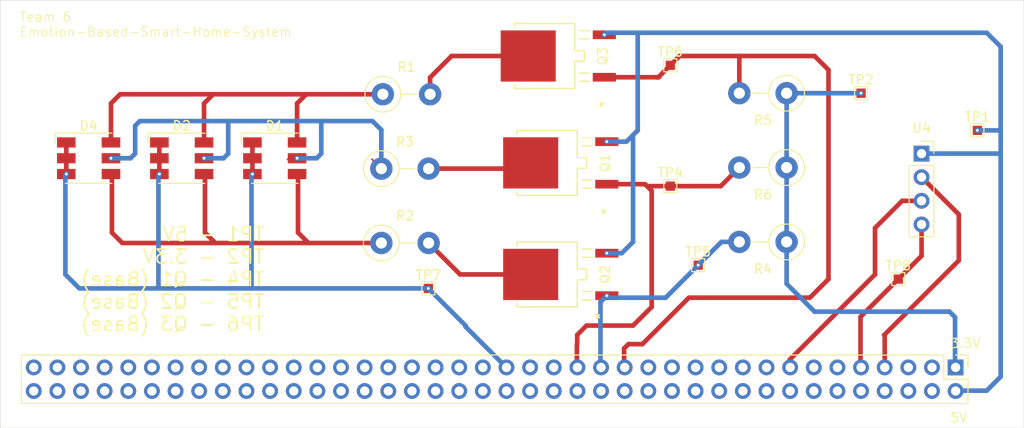
<source format=kicad_pcb>
(kicad_pcb (version 20240108) (generator "pcbnew") (generator_version "8.0")
  (title_block (title "Preliminary PCB layout") (date "2024-11-06") (rev "0") (company "Group 6"))
  (layers (0 "F.Cu" signal) (31 "B.Cu" signal) (34 "B.Paste" user) (35 "F.Paste" user) (36 "B.SilkS" user "B.Silkscreen") (37 "F.SilkS" user "F.Silkscreen") (38 "B.Mask" user) (39 "F.Mask" user) (44 "Edge.Cuts" user))
  (net 0 "")
  (net 1 "GND")
  (net 2 "Q3")
  (net 3 "Q2")
  (net 4 "Q1")
  (net 5 "Net-(Q1-E)")
  (net 6 "Net-(Q2-E)")
  (net 7 "Net-(Q3-E)")
  (net 8 "Net-(U4-GND)")
  (net 20 "Net-(40_Pin_Header1-GPIO13)")
  (net 24 "5V")
  (net 26 "Net-(40_Pin_Header1-3.3V)")
  (net 29 "/Trigger")
  (net 30 "Net-(40_Pin_Header1-GPIO11)")
  (net 34 "Net-(40_Pin_Header1-GPIO01)")
  (net 40 "/Echo")
  (footprint "TestPoint:TestPoint_Pad_1.0x1.0mm" (layer "F.Cu") (at 150.5 68)
    (property "Reference" "TP1" (at 0 -1.448 0) (layer "F.SilkS"))
    (property "Value" "5V")
    (fp_line (start -0.7 -0.7) (end 0.7 -0.7) (stroke (width 0.12)) (layer "F.SilkS"))
    (fp_line (start -0.7 0.7) (end -0.7 -0.7) (stroke (width 0.12)) (layer "F.SilkS"))
    (fp_line (start 0.7 -0.7) (end 0.7 0.7) (stroke (width 0.12)) (layer "F.SilkS"))
    (fp_line (start 0.7 0.7) (end -0.7 0.7) (stroke (width 0.12)) (layer "F.SilkS"))
    (pad "1" smd rect (at 0 0) (size 1 1) (layers "F.Cu" "F.Mask") (net 24 "5V"))
  )
  (footprint "TestPoint:TestPoint_Pad_1.0x1.0mm" (layer "F.Cu") (at 117.5 74)
    (property "Reference" "TP4" (at 0 -1.448 0) (layer "F.SilkS"))
    (property "Value" "Q1")
    (fp_line (start -0.7 -0.7) (end 0.7 -0.7) (stroke (width 0.12)) (layer "F.SilkS"))
    (fp_line (start -0.7 0.7) (end -0.7 -0.7) (stroke (width 0.12)) (layer "F.SilkS"))
    (fp_line (start 0.7 -0.7) (end 0.7 0.7) (stroke (width 0.12)) (layer "F.SilkS"))
    (fp_line (start 0.7 0.7) (end -0.7 0.7) (stroke (width 0.12)) (layer "F.SilkS"))
    (pad "1" smd rect (at 0 0) (size 1 1) (layers "F.Cu" "F.Mask") (net 20 "Net-(40_Pin_Header1-GPIO13)"))
  )
  (footprint "NSS1C301ET4G:DPAK-4_6P22X6P73_ONS" (layer "F.Cu") (at 104.2653 71.5 90)
    (property "Reference" "Q1" (at 0 6.2347 90) (layer "F.SilkS"))
    (property "Value" "NSS1C301ET4G")
    (fp_line (start 3.4925 -3.2385) (end 3.08864 -3.2385) (stroke (width 0.1524)) (layer "F.SilkS"))
    (fp_line (start -3.08864 -3.2385) (end -3.4925 -3.2385) (stroke (width 0.1524)) (layer "F.SilkS"))
    (fp_line (start -3.4925 -3.2385) (end -3.4925 3.2385) (stroke (width 0.1524)) (layer "F.SilkS"))
    (fp_line (start 3.4925 3.2385) (end 3.4925 -3.2385) (stroke (width 0.1524)) (layer "F.SilkS"))
    (fp_line (start 0.5715 3.2385) (end 3.4925 3.2385) (stroke (width 0.1524)) (layer "F.SilkS"))
    (fp_line (start -0.5715 3.2385) (end -0.5715 4.2545) (stroke (width 0.1524)) (layer "F.SilkS"))
    (fp_line (start -3.4925 3.2385) (end -0.5715 3.2385) (stroke (width 0.1524)) (layer "F.SilkS"))
    (fp_line (start 2.7305 3.7211) (end 2.7305 4.8133) (stroke (width 0.1524)) (layer "F.SilkS"))
    (fp_line (start 1.8415 3.7211) (end 1.8415 4.8133) (stroke (width 0.1524)) (layer "F.SilkS"))
    (fp_line (start -1.8415 3.7211) (end -1.8415 4.8133) (stroke (width 0.1524)) (layer "F.SilkS"))
    (fp_line (start -2.7305 3.7211) (end -2.7305 4.8133) (stroke (width 0.1524)) (layer "F.SilkS"))
    (fp_line (start 0.5715 4.2545) (end 0.5715 3.2385) (stroke (width 0.1524)) (layer "F.SilkS"))
    (fp_line (start -0.5715 4.2545) (end 0.5715 4.2545) (stroke (width 0.1524)) (layer "F.SilkS"))
    (fp_text user "*" (at -5.207 6.4135 90) (layer "F.SilkS"))
    (fp_text user "*" (at -5.207 6.4135 90) (layer "F.SilkS"))
    (pad "1" smd rect (at -2.286 6.4135 90) (size 0.9398 2.4892) (layers "F.Cu" "F.Paste" "F.Mask") (net 20 "Net-(40_Pin_Header1-GPIO13)"))
    (pad "2" smd rect (at 2.286 6.4135 90) (size 0.9398 2.4892) (layers "F.Cu" "F.Paste" "F.Mask") (net 24 "5V"))
    (pad "3" smd rect (at 0 -1.7653 90) (size 5.5118 5.9182) (layers "F.Cu" "F.Paste" "F.Mask") (net 5 "Net-(Q1-E)"))
  )
  (footprint "LED_SMD:LED_RGB_5050-6" (layer "F.Cu") (at 65 71)
    (property "Reference" "D2" (at 0 -3.5 0) (layer "F.SilkS"))
    (property "Value" "LED_RGB")
    (fp_line (start -3.6 -2.7) (end 2.5 -2.7) (stroke (width 0.12)) (layer "F.SilkS"))
    (fp_line (start -3.6 -1.6) (end -3.6 -2.7) (stroke (width 0.12)) (layer "F.SilkS"))
    (fp_line (start 2.5 2.7) (end -2.5 2.7) (stroke (width 0.12)) (layer "F.SilkS"))
    (pad "1" smd rect (at -2.4 -1.7 90) (size 1.1 2) (layers "F.Cu" "F.Paste" "F.Mask") (net 1 "GND"))
    (pad "2" smd rect (at -2.4 0 90) (size 1.1 2) (layers "F.Cu" "F.Paste" "F.Mask") (net 1 "GND"))
    (pad "3" smd rect (at -2.4 1.7 90) (size 1.1 2) (layers "F.Cu" "F.Paste" "F.Mask") (net 1 "GND"))
    (pad "4" smd rect (at 2.4 1.7 90) (size 1.1 2) (layers "F.Cu" "F.Paste" "F.Mask") (net 3 "Q2"))
    (pad "5" smd rect (at 2.4 0 90) (size 1.1 2) (layers "F.Cu" "F.Paste" "F.Mask") (net 4 "Q1"))
    (pad "6" smd rect (at 2.4 -1.7 90) (size 1.1 2) (layers "F.Cu" "F.Paste" "F.Mask") (net 2 "Q3"))
  )
  (footprint "Resistor_THT:R_Axial_DIN0411_L9.9mm_D3.6mm_P5.08mm_Vertical" (layer "F.Cu") (at 86.6121 64.1165)
    (property "Reference" "R1" (at 2.54 -2.92 0) (layer "F.SilkS"))
    (property "Value" "10")
    (fp_line (start 1.92 0) (end 3.58 0) (stroke (width 0.12)) (layer "F.SilkS"))
    (fp_circle (center 0 0) (end 1.92 0) (stroke (width 0.12)) (fill none) (layer "F.SilkS"))
    (pad "1" thru_hole circle (at 0 0) (size 2.4 2.4) (drill 1.2) (layers "*.Cu" "*.Mask") (net 2 "Q3"))
    (pad "2" thru_hole oval (at 5.08 0) (size 2.4 2.4) (drill 1.2) (layers "*.Cu" "*.Mask") (net 7 "Net-(Q3-E)"))
  )
  (footprint "NSS1C301ET4G:DPAK-4_6P22X6P73_ONS" (layer "F.Cu") (at 104.2653 83.5 90)
    (property "Reference" "Q2" (at 0 6.2347 90) (layer "F.SilkS"))
    (property "Value" "NSS1C301ET4G")
    (fp_line (start 3.4925 -3.2385) (end 3.08864 -3.2385) (stroke (width 0.1524)) (layer "F.SilkS"))
    (fp_line (start -3.08864 -3.2385) (end -3.4925 -3.2385) (stroke (width 0.1524)) (layer "F.SilkS"))
    (fp_line (start -3.4925 -3.2385) (end -3.4925 3.2385) (stroke (width 0.1524)) (layer "F.SilkS"))
    (fp_line (start 3.4925 3.2385) (end 3.4925 -3.2385) (stroke (width 0.1524)) (layer "F.SilkS"))
    (fp_line (start 0.5715 3.2385) (end 3.4925 3.2385) (stroke (width 0.1524)) (layer "F.SilkS"))
    (fp_line (start -0.5715 3.2385) (end -0.5715 4.2545) (stroke (width 0.1524)) (layer "F.SilkS"))
    (fp_line (start -3.4925 3.2385) (end -0.5715 3.2385) (stroke (width 0.1524)) (layer "F.SilkS"))
    (fp_line (start 2.7305 3.7211) (end 2.7305 4.8133) (stroke (width 0.1524)) (layer "F.SilkS"))
    (fp_line (start 1.8415 3.7211) (end 1.8415 4.8133) (stroke (width 0.1524)) (layer "F.SilkS"))
    (fp_line (start -1.8415 3.7211) (end -1.8415 4.8133) (stroke (width 0.1524)) (layer "F.SilkS"))
    (fp_line (start -2.7305 3.7211) (end -2.7305 4.8133) (stroke (width 0.1524)) (layer "F.SilkS"))
    (fp_line (start 0.5715 4.2545) (end 0.5715 3.2385) (stroke (width 0.1524)) (layer "F.SilkS"))
    (fp_line (start -0.5715 4.2545) (end 0.5715 4.2545) (stroke (width 0.1524)) (layer "F.SilkS"))
    (fp_text user "*" (at -4.5 5.7347 90) (layer "F.SilkS"))
    (fp_text user "*" (at -4.5 5.7347 90) (layer "F.SilkS"))
    (pad "1" smd rect (at -2.286 6.4135 90) (size 0.9398 2.4892) (layers "F.Cu" "F.Paste" "F.Mask") (net 30 "Net-(40_Pin_Header1-GPIO11)"))
    (pad "2" smd rect (at 2.286 6.4135 90) (size 0.9398 2.4892) (layers "F.Cu" "F.Paste" "F.Mask") (net 24 "5V"))
    (pad "3" smd rect (at 0 -1.7653 90) (size 5.5118 5.9182) (layers "F.Cu" "F.Paste" "F.Mask") (net 6 "Net-(Q2-E)"))
  )
  (footprint "Resistor_THT:R_Axial_DIN0411_L9.9mm_D3.6mm_P5.08mm_Vertical" (layer "F.Cu") (at 130 64 180)
    (property "Reference" "R5" (at 2.54 -2.92 360) (layer "F.SilkS"))
    (property "Value" "10k")
    (fp_line (start 1.92 0) (end 3.58 0) (stroke (width 0.12)) (layer "F.SilkS"))
    (fp_circle (center 0 0) (end 1.92 0) (stroke (width 0.12)) (fill none) (layer "F.SilkS"))
    (pad "1" thru_hole circle (at 0 0 180) (size 2.4 2.4) (drill 1.2) (layers "*.Cu" "*.Mask") (net 26 "Net-(40_Pin_Header1-3.3V)"))
    (pad "2" thru_hole oval (at 5.08 0 180) (size 2.4 2.4) (drill 1.2) (layers "*.Cu" "*.Mask") (net 34 "Net-(40_Pin_Header1-GPIO01)"))
  )
  (footprint "LED_SMD:LED_RGB_5050-6" (layer "F.Cu") (at 55 71)
    (property "Reference" "D4" (at 0 -3.5 0) (layer "F.SilkS"))
    (property "Value" "LED_RGB")
    (fp_line (start -3.6 -2.7) (end 2.5 -2.7) (stroke (width 0.12)) (layer "F.SilkS"))
    (fp_line (start -3.6 -1.6) (end -3.6 -2.7) (stroke (width 0.12)) (layer "F.SilkS"))
    (fp_line (start 2.5 2.7) (end -2.5 2.7) (stroke (width 0.12)) (layer "F.SilkS"))
    (pad "1" smd rect (at -2.4 -1.7 90) (size 1.1 2) (layers "F.Cu" "F.Paste" "F.Mask") (net 1 "GND"))
    (pad "2" smd rect (at -2.4 0 90) (size 1.1 2) (layers "F.Cu" "F.Paste" "F.Mask") (net 1 "GND"))
    (pad "3" smd rect (at -2.4 1.7 90) (size 1.1 2) (layers "F.Cu" "F.Paste" "F.Mask") (net 1 "GND"))
    (pad "4" smd rect (at 2.4 1.7 90) (size 1.1 2) (layers "F.Cu" "F.Paste" "F.Mask") (net 3 "Q2"))
    (pad "5" smd rect (at 2.4 0 90) (size 1.1 2) (layers "F.Cu" "F.Paste" "F.Mask") (net 4 "Q1"))
    (pad "6" smd rect (at 2.4 -1.7 90) (size 1.1 2) (layers "F.Cu" "F.Paste" "F.Mask") (net 2 "Q3"))
  )
  (footprint "TestPoint:TestPoint_Pad_1.0x1.0mm" (layer "F.Cu") (at 91.5 85)
    (property "Reference" "TP7" (at 0 -1.448 0) (layer "F.SilkS"))
    (property "Value" "GND")
    (fp_line (start -0.7 -0.7) (end 0.7 -0.7) (stroke (width 0.12)) (layer "F.SilkS"))
    (fp_line (start -0.7 0.7) (end -0.7 -0.7) (stroke (width 0.12)) (layer "F.SilkS"))
    (fp_line (start 0.7 -0.7) (end 0.7 0.7) (stroke (width 0.12)) (layer "F.SilkS"))
    (fp_line (start 0.7 0.7) (end -0.7 0.7) (stroke (width 0.12)) (layer "F.SilkS"))
    (pad "1" smd rect (at 0 0) (size 1 1) (layers "F.Cu" "F.Mask") (net 1 "GND"))
  )
  (footprint "Resistor_THT:R_Axial_DIN0411_L9.9mm_D3.6mm_P5.08mm_Vertical" (layer "F.Cu") (at 86.4521 80.1165)
    (property "Reference" "R2" (at 2.54 -2.92 0) (layer "F.SilkS"))
    (property "Value" "10")
    (fp_line (start 1.92 0) (end 3.58 0) (stroke (width 0.12)) (layer "F.SilkS"))
    (fp_circle (center 0 0) (end 1.92 0) (stroke (width 0.12)) (fill none) (layer "F.SilkS"))
    (pad "1" thru_hole circle (at 0 0) (size 2.4 2.4) (drill 1.2) (layers "*.Cu" "*.Mask") (net 3 "Q2"))
    (pad "2" thru_hole oval (at 5.08 0) (size 2.4 2.4) (drill 1.2) (layers "*.Cu" "*.Mask") (net 6 "Net-(Q2-E)"))
  )
  (footprint "Resistor_THT:R_Axial_DIN0411_L9.9mm_D3.6mm_P5.08mm_Vertical" (layer "F.Cu") (at 130 80 180)
    (property "Reference" "R4" (at 2.54 -2.92 360) (layer "F.SilkS"))
    (property "Value" "10k")
    (fp_line (start 1.92 0) (end 3.58 0) (stroke (width 0.12)) (layer "F.SilkS"))
    (fp_circle (center 0 0) (end 1.92 0) (stroke (width 0.12)) (fill none) (layer "F.SilkS"))
    (pad "1" thru_hole circle (at 0 0 180) (size 2.4 2.4) (drill 1.2) (layers "*.Cu" "*.Mask") (net 26 "Net-(40_Pin_Header1-3.3V)"))
    (pad "2" thru_hole oval (at 5.08 0 180) (size 2.4 2.4) (drill 1.2) (layers "*.Cu" "*.Mask") (net 30 "Net-(40_Pin_Header1-GPIO11)"))
  )
  (footprint "TestPoint:TestPoint_Pad_1.0x1.0mm" (layer "F.Cu") (at 142 84)
    (property "Reference" "TP8" (at 0 -1.448 0) (layer "F.SilkS"))
    (property "Value" "GND")
    (fp_line (start -0.7 -0.7) (end 0.7 -0.7) (stroke (width 0.12)) (layer "F.SilkS"))
    (fp_line (start -0.7 0.7) (end -0.7 -0.7) (stroke (width 0.12)) (layer "F.SilkS"))
    (fp_line (start 0.7 -0.7) (end 0.7 0.7) (stroke (width 0.12)) (layer "F.SilkS"))
    (fp_line (start 0.7 0.7) (end -0.7 0.7) (stroke (width 0.12)) (layer "F.SilkS"))
    (pad "1" smd rect (at 0 0) (size 1 1) (layers "F.Cu" "F.Mask") (net 8 "Net-(U4-GND)"))
  )
  (footprint "Resistor_THT:R_Axial_DIN0411_L9.9mm_D3.6mm_P5.08mm_Vertical" (layer "F.Cu") (at 86.4521 72.1165)
    (property "Reference" "R3" (at 2.54 -2.92 0) (layer "F.SilkS"))
    (property "Value" "10")
    (fp_line (start 1.92 0) (end 3.58 0) (stroke (width 0.12)) (layer "F.SilkS"))
    (fp_circle (center 0 0) (end 1.92 0) (stroke (width 0.12)) (fill none) (layer "F.SilkS"))
    (pad "1" thru_hole circle (at 0 0) (size 2.4 2.4) (drill 1.2) (layers "*.Cu" "*.Mask") (net 4 "Q1"))
    (pad "2" thru_hole oval (at 5.08 0) (size 2.4 2.4) (drill 1.2) (layers "*.Cu" "*.Mask") (net 5 "Net-(Q1-E)"))
  )
  (footprint "Connector_PinSocket_2.54mm:PinSocket_1x04_P2.54mm_Vertical" (layer "F.Cu") (at 144.5 70.5)
    (property "Reference" "U4" (at 0 -2.77 360) (layer "F.SilkS"))
    (property "Value" "HC-SR04")
    (fp_line (start -1.33 1.27) (end -1.33 8.95) (stroke (width 0.12)) (layer "F.SilkS"))
    (fp_line (start -1.33 1.27) (end 1.33 1.27) (stroke (width 0.12)) (layer "F.SilkS"))
    (fp_line (start -1.33 8.95) (end 1.33 8.95) (stroke (width 0.12)) (layer "F.SilkS"))
    (fp_line (start 0 -1.33) (end 1.33 -1.33) (stroke (width 0.12)) (layer "F.SilkS"))
    (fp_line (start 1.33 -1.33) (end 1.33 0) (stroke (width 0.12)) (layer "F.SilkS"))
    (fp_line (start 1.33 1.27) (end 1.33 8.95) (stroke (width 0.12)) (layer "F.SilkS"))
    (pad "1" thru_hole rect (at 0 0) (size 1.7 1.7) (drill 1) (layers "*.Cu" "*.Mask") (net 24 "5V"))
    (pad "2" thru_hole oval (at 0 2.54) (size 1.7 1.7) (drill 1) (layers "*.Cu" "*.Mask") (net 29 "/Trigger"))
    (pad "3" thru_hole oval (at 0 5.08) (size 1.7 1.7) (drill 1) (layers "*.Cu" "*.Mask") (net 40 "/Echo"))
    (pad "4" thru_hole oval (at 0 7.62) (size 1.7 1.7) (drill 1) (layers "*.Cu" "*.Mask") (net 8 "Net-(U4-GND)"))
  )
  (footprint "TestPoint:TestPoint_Pad_1.0x1.0mm" (layer "F.Cu") (at 120.5 82.5)
    (property "Reference" "TP5" (at 0 -1.448 0) (layer "F.SilkS"))
    (property "Value" "Q2")
    (fp_line (start -0.7 -0.7) (end 0.7 -0.7) (stroke (width 0.12)) (layer "F.SilkS"))
    (fp_line (start -0.7 0.7) (end -0.7 -0.7) (stroke (width 0.12)) (layer "F.SilkS"))
    (fp_line (start 0.7 -0.7) (end 0.7 0.7) (stroke (width 0.12)) (layer "F.SilkS"))
    (fp_line (start 0.7 0.7) (end -0.7 0.7) (stroke (width 0.12)) (layer "F.SilkS"))
    (pad "1" smd rect (at 0 0) (size 1 1) (layers "F.Cu" "F.Mask") (net 30 "Net-(40_Pin_Header1-GPIO11)"))
  )
  (footprint "NSS1C301ET4G:DPAK-4_6P22X6P73_ONS" (layer "F.Cu") (at 104 60 90)
    (property "Reference" "Q3" (at 0 6.2347 90) (layer "F.SilkS"))
    (property "Value" "NSS1C301ET4G")
    (fp_line (start 3.4925 -3.2385) (end 3.08864 -3.2385) (stroke (width 0.1524)) (layer "F.SilkS"))
    (fp_line (start -3.08864 -3.2385) (end -3.4925 -3.2385) (stroke (width 0.1524)) (layer "F.SilkS"))
    (fp_line (start -3.4925 -3.2385) (end -3.4925 3.2385) (stroke (width 0.1524)) (layer "F.SilkS"))
    (fp_line (start 3.4925 3.2385) (end 3.4925 -3.2385) (stroke (width 0.1524)) (layer "F.SilkS"))
    (fp_line (start 0.5715 3.2385) (end 3.4925 3.2385) (stroke (width 0.1524)) (layer "F.SilkS"))
    (fp_line (start -0.5715 3.2385) (end -0.5715 4.2545) (stroke (width 0.1524)) (layer "F.SilkS"))
    (fp_line (start -3.4925 3.2385) (end -0.5715 3.2385) (stroke (width 0.1524)) (layer "F.SilkS"))
    (fp_line (start 2.7305 3.7211) (end 2.7305 4.8133) (stroke (width 0.1524)) (layer "F.SilkS"))
    (fp_line (start 1.8415 3.7211) (end 1.8415 4.8133) (stroke (width 0.1524)) (layer "F.SilkS"))
    (fp_line (start -1.8415 3.7211) (end -1.8415 4.8133) (stroke (width 0.1524)) (layer "F.SilkS"))
    (fp_line (start -2.7305 3.7211) (end -2.7305 4.8133) (stroke (width 0.1524)) (layer "F.SilkS"))
    (fp_line (start 0.5715 4.2545) (end 0.5715 3.2385) (stroke (width 0.1524)) (layer "F.SilkS"))
    (fp_line (start -0.5715 4.2545) (end 0.5715 4.2545) (stroke (width 0.1524)) (layer "F.SilkS"))
    (fp_text user "*" (at -5.207 6.4135 90) (layer "F.SilkS"))
    (fp_text user "*" (at -5.207 6.4135 90) (layer "F.SilkS"))
    (pad "1" smd rect (at -2.286 6.4135 90) (size 0.9398 2.4892) (layers "F.Cu" "F.Paste" "F.Mask") (net 34 "Net-(40_Pin_Header1-GPIO01)"))
    (pad "2" smd rect (at 2.286 6.4135 90) (size 0.9398 2.4892) (layers "F.Cu" "F.Paste" "F.Mask") (net 24 "5V"))
    (pad "3" smd rect (at 0 -1.7653 90) (size 5.5118 5.9182) (layers "F.Cu" "F.Paste" "F.Mask") (net 7 "Net-(Q3-E)"))
  )
  (footprint "Resistor_THT:R_Axial_DIN0411_L9.9mm_D3.6mm_P5.08mm_Vertical" (layer "F.Cu") (at 130 72 180)
    (property "Reference" "R6" (at 2.54 -2.92 360) (layer "F.SilkS"))
    (property "Value" "10k")
    (fp_line (start 1.92 0) (end 3.58 0) (stroke (width 0.12)) (layer "F.SilkS"))
    (fp_circle (center 0 0) (end 1.92 0) (stroke (width 0.12)) (fill none) (layer "F.SilkS"))
    (pad "1" thru_hole circle (at 0 0 180) (size 2.4 2.4) (drill 1.2) (layers "*.Cu" "*.Mask") (net 26 "Net-(40_Pin_Header1-3.3V)"))
    (pad "2" thru_hole oval (at 5.08 0 180) (size 2.4 2.4) (drill 1.2) (layers "*.Cu" "*.Mask") (net 20 "Net-(40_Pin_Header1-GPIO13)"))
  )
  (footprint "Connector_PinHeader_2.54mm:PinHeader_2x40_P2.54mm_Vertical" (layer "F.Cu") (at 148.16 93.5 -90)
    (property "Reference" "40_Pin_Header1" (hide yes))
    (property "Value" "~")
    (fp_line (start -1.33 100.39) (end 3.87 100.39) (stroke (width 0.12)) (layer "F.SilkS"))
    (fp_line (start -1.33 1.27) (end -1.33 100.39) (stroke (width 0.12)) (layer "F.SilkS"))
    (fp_line (start -1.33 1.27) (end 1.27 1.27) (stroke (width 0.12)) (layer "F.SilkS"))
    (fp_line (start 1.27 1.27) (end 1.27 -1.33) (stroke (width 0.12)) (layer "F.SilkS"))
    (fp_line (start -1.33 0) (end -1.33 -1.33) (stroke (width 0.12)) (layer "F.SilkS"))
    (fp_line (start -1.33 -1.33) (end 0 -1.33) (stroke (width 0.12)) (layer "F.SilkS"))
    (fp_line (start 1.27 -1.33) (end 3.87 -1.33) (stroke (width 0.12)) (layer "F.SilkS"))
    (fp_line (start 3.87 -1.33) (end 3.87 100.39) (stroke (width 0.12)) (layer "F.SilkS"))
    (pad "1" thru_hole rect (at 0 0 270) (size 1.7 1.7) (drill 1) (layers "*.Cu" "*.Mask") (net 26 "Net-(40_Pin_Header1-3.3V)"))
    (pad "2" thru_hole oval (at 2.54 0 270) (size 1.7 1.7) (drill 1) (layers "*.Cu" "*.Mask") (net 24 "5V"))
    (pad "3" thru_hole oval (at 0 2.54 270) (size 1.7 1.7) (drill 1) (layers "*.Cu" "*.Mask"))
    (pad "4" thru_hole oval (at 2.54 2.54 270) (size 1.7 1.7) (drill 1) (layers "*.Cu" "*.Mask"))
    (pad "5" thru_hole oval (at 0 5.08 270) (size 1.7 1.7) (drill 1) (layers "*.Cu" "*.Mask"))
    (pad "6" thru_hole oval (at 2.54 5.08 270) (size 1.7 1.7) (drill 1) (layers "*.Cu" "*.Mask"))
    (pad "7" thru_hole oval (at 0 7.62 270) (size 1.7 1.7) (drill 1) (layers "*.Cu" "*.Mask") (net 29 "/Trigger"))
    (pad "8" thru_hole oval (at 2.54 7.62 270) (size 1.7 1.7) (drill 1) (layers "*.Cu" "*.Mask"))
    (pad "9" thru_hole oval (at 0 10.16 270) (size 1.7 1.7) (drill 1) (layers "*.Cu" "*.Mask") (net 8 "Net-(U4-GND)"))
    (pad "10" thru_hole oval (at 2.54 10.16 270) (size 1.7 1.7) (drill 1) (layers "*.Cu" "*.Mask"))
    (pad "11" thru_hole oval (at 0 12.7 270) (size 1.7 1.7) (drill 1) (layers "*.Cu" "*.Mask"))
    (pad "12" thru_hole oval (at 2.54 12.7 270) (size 1.7 1.7) (drill 1) (layers "*.Cu" "*.Mask"))
    (pad "13" thru_hole oval (at 0 15.24 270) (size 1.7 1.7) (drill 1) (layers "*.Cu" "*.Mask"))
    (pad "14" thru_hole oval (at 2.54 15.24 270) (size 1.7 1.7) (drill 1) (layers "*.Cu" "*.Mask"))
    (pad "15" thru_hole oval (at 0 17.78 270) (size 1.7 1.7) (drill 1) (layers "*.Cu" "*.Mask") (net 40 "/Echo"))
    (pad "16" thru_hole oval (at 2.54 17.78 270) (size 1.7 1.7) (drill 1) (layers "*.Cu" "*.Mask"))
    (pad "17" thru_hole oval (at 0 20.32 270) (size 1.7 1.7) (drill 1) (layers "*.Cu" "*.Mask"))
    (pad "18" thru_hole oval (at 2.54 20.32 270) (size 1.7 1.7) (drill 1) (layers "*.Cu" "*.Mask"))
    (pad "19" thru_hole oval (at 0 22.86 270) (size 1.7 1.7) (drill 1) (layers "*.Cu" "*.Mask"))
    (pad "20" thru_hole oval (at 2.54 22.86 270) (size 1.7 1.7) (drill 1) (layers "*.Cu" "*.Mask"))
    (pad "21" thru_hole oval (at 0 25.4 270) (size 1.7 1.7) (drill 1) (layers "*.Cu" "*.Mask"))
    (pad "22" thru_hole oval (at 2.54 25.4 270) (size 1.7 1.7) (drill 1) (layers "*.Cu" "*.Mask"))
    (pad "23" thru_hole oval (at 0 27.94 270) (size 1.7 1.7) (drill 1) (layers "*.Cu" "*.Mask"))
    (pad "24" thru_hole oval (at 2.54 27.94 270) (size 1.7 1.7) (drill 1) (layers "*.Cu" "*.Mask"))
    (pad "25" thru_hole oval (at 0 30.48 270) (size 1.7 1.7) (drill 1) (layers "*.Cu" "*.Mask"))
    (pad "26" thru_hole oval (at 2.54 30.48 270) (size 1.7 1.7) (drill 1) (layers "*.Cu" "*.Mask"))
    (pad "27" thru_hole oval (at 0 33.02 270) (size 1.7 1.7) (drill 1) (layers "*.Cu" "*.Mask"))
    (pad "28" thru_hole oval (at 2.54 33.02 270) (size 1.7 1.7) (drill 1) (layers "*.Cu" "*.Mask"))
    (pad "29" thru_hole oval (at 0 35.56 270) (size 1.7 1.7) (drill 1) (layers "*.Cu" "*.Mask") (net 34 "Net-(40_Pin_Header1-GPIO01)"))
    (pad "30" thru_hole oval (at 2.54 35.56 270) (size 1.7 1.7) (drill 1) (layers "*.Cu" "*.Mask"))
    (pad "31" thru_hole oval (at 0 38.1 270) (size 1.7 1.7) (drill 1) (layers "*.Cu" "*.Mask") (net 30 "Net-(40_Pin_Header1-GPIO11)"))
    (pad "32" thru_hole oval (at 2.54 38.1 270) (size 1.7 1.7) (drill 1) (layers "*.Cu" "*.Mask"))
    (pad "33" thru_hole oval (at 0 40.64 270) (size 1.7 1.7) (drill 1) (layers "*.Cu" "*.Mask") (net 20 "Net-(40_Pin_Header1-GPIO13)"))
    (pad "34" thru_hole oval (at 2.54 40.64 270) (size 1.7 1.7) (drill 1) (layers "*.Cu" "*.Mask"))
    (pad "35" thru_hole oval (at 0 43.18 270) (size 1.7 1.7) (drill 1) (layers "*.Cu" "*.Mask"))
    (pad "36" thru_hole oval (at 2.54 43.18 270) (size 1.7 1.7) (drill 1) (layers "*.Cu" "*.Mask"))
    (pad "37" thru_hole oval (at 0 45.72 270) (size 1.7 1.7) (drill 1) (layers "*.Cu" "*.Mask"))
    (pad "38" thru_hole oval (at 2.54 45.72 270) (size 1.7 1.7) (drill 1) (layers "*.Cu" "*.Mask"))
    (pad "39" thru_hole oval (at 0 48.26 270) (size 1.7 1.7) (drill 1) (layers "*.Cu" "*.Mask") (net 1 "GND"))
    (pad "40" thru_hole oval (at 2.54 48.26 270) (size 1.7 1.7) (drill 1) (layers "*.Cu" "*.Mask"))
    (pad "41" thru_hole oval (at 0 50.8 270) (size 1.7 1.7) (drill 1) (layers "*.Cu" "*.Mask"))
    (pad "42" thru_hole oval (at 2.54 50.8 270) (size 1.7 1.7) (drill 1) (layers "*.Cu" "*.Mask"))
    (pad "43" thru_hole oval (at 0 53.34 270) (size 1.7 1.7) (drill 1) (layers "*.Cu" "*.Mask"))
    (pad "44" thru_hole oval (at 2.54 53.34 270) (size 1.7 1.7) (drill 1) (layers "*.Cu" "*.Mask"))
    (pad "45" thru_hole oval (at 0 55.88 270) (size 1.7 1.7) (drill 1) (layers "*.Cu" "*.Mask"))
    (pad "46" thru_hole oval (at 2.54 55.88 270) (size 1.7 1.7) (drill 1) (layers "*.Cu" "*.Mask"))
    (pad "47" thru_hole oval (at 0 58.42 270) (size 1.7 1.7) (drill 1) (layers "*.Cu" "*.Mask"))
    (pad "48" thru_hole oval (at 2.54 58.42 270) (size 1.7 1.7) (drill 1) (layers "*.Cu" "*.Mask"))
    (pad "49" thru_hole oval (at 0 60.96 270) (size 1.7 1.7) (drill 1) (layers "*.Cu" "*.Mask"))
    (pad "50" thru_hole oval (at 2.54 60.96 270) (size 1.7 1.7) (drill 1) (layers "*.Cu" "*.Mask"))
    (pad "51" thru_hole oval (at 0 63.5 270) (size 1.7 1.7) (drill 1) (layers "*.Cu" "*.Mask"))
    (pad "52" thru_hole oval (at 2.54 63.5 270) (size 1.7 1.7) (drill 1) (layers "*.Cu" "*.Mask"))
    (pad "53" thru_hole oval (at 0 66.04 270) (size 1.7 1.7) (drill 1) (layers "*.Cu" "*.Mask"))
    (pad "54" thru_hole oval (at 2.54 66.04 270) (size 1.7 1.7) (drill 1) (layers "*.Cu" "*.Mask"))
    (pad "55" thru_hole oval (at 0 68.58 270) (size 1.7 1.7) (drill 1) (layers "*.Cu" "*.Mask"))
    (pad "56" thru_hole oval (at 2.54 68.58 270) (size 1.7 1.7) (drill 1) (layers "*.Cu" "*.Mask"))
    (pad "57" thru_hole oval (at 0 71.12 270) (size 1.7 1.7) (drill 1) (layers "*.Cu" "*.Mask"))
    (pad "58" thru_hole oval (at 2.54 71.12 270) (size 1.7 1.7) (drill 1) (layers "*.Cu" "*.Mask"))
    (pad "59" thru_hole oval (at 0 73.66 270) (size 1.7 1.7) (drill 1) (layers "*.Cu" "*.Mask"))
    (pad "60" thru_hole oval (at 2.54 73.66 270) (size 1.7 1.7) (drill 1) (layers "*.Cu" "*.Mask"))
    (pad "61" thru_hole oval (at 0 76.2 270) (size 1.7 1.7) (drill 1) (layers "*.Cu" "*.Mask"))
    (pad "62" thru_hole oval (at 2.54 76.2 270) (size 1.7 1.7) (drill 1) (layers "*.Cu" "*.Mask"))
    (pad "63" thru_hole oval (at 0 78.74 270) (size 1.7 1.7) (drill 1) (layers "*.Cu" "*.Mask"))
    (pad "64" thru_hole oval (at 2.54 78.74 270) (size 1.7 1.7) (drill 1) (layers "*.Cu" "*.Mask"))
    (pad "65" thru_hole oval (at 0 81.28 270) (size 1.7 1.7) (drill 1) (layers "*.Cu" "*.Mask"))
    (pad "66" thru_hole oval (at 2.54 81.28 270) (size 1.7 1.7) (drill 1) (layers "*.Cu" "*.Mask"))
    (pad "67" thru_hole oval (at 0 83.82 270) (size 1.7 1.7) (drill 1) (layers "*.Cu" "*.Mask"))
    (pad "68" thru_hole oval (at 2.54 83.82 270) (size 1.7 1.7) (drill 1) (layers "*.Cu" "*.Mask"))
    (pad "69" thru_hole oval (at 0 86.36 270) (size 1.7 1.7) (drill 1) (layers "*.Cu" "*.Mask"))
    (pad "70" thru_hole oval (at 2.54 86.36 270) (size 1.7 1.7) (drill 1) (layers "*.Cu" "*.Mask"))
    (pad "71" thru_hole oval (at 0 88.9 270) (size 1.7 1.7) (drill 1) (layers "*.Cu" "*.Mask"))
    (pad "72" thru_hole oval (at 2.54 88.9 270) (size 1.7 1.7) (drill 1) (layers "*.Cu" "*.Mask"))
    (pad "73" thru_hole oval (at 0 91.44 270) (size 1.7 1.7) (drill 1) (layers "*.Cu" "*.Mask"))
    (pad "74" thru_hole oval (at 2.54 91.44 270) (size 1.7 1.7) (drill 1) (layers "*.Cu" "*.Mask"))
    (pad "75" thru_hole oval (at 0 93.98 270) (size 1.7 1.7) (drill 1) (layers "*.Cu" "*.Mask"))
    (pad "76" thru_hole oval (at 2.54 93.98 270) (size 1.7 1.7) (drill 1) (layers "*.Cu" "*.Mask"))
    (pad "77" thru_hole oval (at 0 96.52 270) (size 1.7 1.7) (drill 1) (layers "*.Cu" "*.Mask"))
    (pad "78" thru_hole oval (at 2.54 96.52 270) (size 1.7 1.7) (drill 1) (layers "*.Cu" "*.Mask"))
    (pad "79" thru_hole oval (at 0 99.06 270) (size 1.7 1.7) (drill 1) (layers "*.Cu" "*.Mask"))
    (pad "80" thru_hole oval (at 2.54 99.06 270) (size 1.7 1.7) (drill 1) (layers "*.Cu" "*.Mask"))
  )
  (footprint "TestPoint:TestPoint_Pad_1.0x1.0mm" (layer "F.Cu") (at 117.5 61)
    (property "Reference" "TP6" (at 0 -1.448 0) (layer "F.SilkS"))
    (property "Value" "Q3")
    (fp_line (start -0.7 -0.7) (end 0.7 -0.7) (stroke (width 0.12)) (layer "F.SilkS"))
    (fp_line (start -0.7 0.7) (end -0.7 -0.7) (stroke (width 0.12)) (layer "F.SilkS"))
    (fp_line (start 0.7 -0.7) (end 0.7 0.7) (stroke (width 0.12)) (layer "F.SilkS"))
    (fp_line (start 0.7 0.7) (end -0.7 0.7) (stroke (width 0.12)) (layer "F.SilkS"))
    (pad "1" smd rect (at 0 0) (size 1 1) (layers "F.Cu" "F.Mask") (net 34 "Net-(40_Pin_Header1-GPIO01)"))
  )
  (footprint "LED_SMD:LED_RGB_5050-6" (layer "F.Cu") (at 75 71)
    (property "Reference" "D1" (at 0 -3.5 0) (layer "F.SilkS"))
    (property "Value" "LED_RGB")
    (fp_line (start -3.6 -2.7) (end 2.5 -2.7) (stroke (width 0.12)) (layer "F.SilkS"))
    (fp_line (start -3.6 -1.6) (end -3.6 -2.7) (stroke (width 0.12)) (layer "F.SilkS"))
    (fp_line (start 2.5 2.7) (end -2.5 2.7) (stroke (width 0.12)) (layer "F.SilkS"))
    (pad "1" smd rect (at -2.4 -1.7 90) (size 1.1 2) (layers "F.Cu" "F.Paste" "F.Mask") (net 1 "GND"))
    (pad "2" smd rect (at -2.4 0 90) (size 1.1 2) (layers "F.Cu" "F.Paste" "F.Mask") (net 1 "GND"))
    (pad "3" smd rect (at -2.4 1.7 90) (size 1.1 2) (layers "F.Cu" "F.Paste" "F.Mask") (net 1 "GND"))
    (pad "4" smd rect (at 2.4 1.7 90) (size 1.1 2) (layers "F.Cu" "F.Paste" "F.Mask") (net 3 "Q2"))
    (pad "5" smd rect (at 2.4 0 90) (size 1.1 2) (layers "F.Cu" "F.Paste" "F.Mask") (net 4 "Q1"))
    (pad "6" smd rect (at 2.4 -1.7 90) (size 1.1 2) (layers "F.Cu" "F.Paste" "F.Mask") (net 2 "Q3"))
  )
  (footprint "TestPoint:TestPoint_Pad_1.0x1.0mm" (layer "F.Cu") (at 138 64)
    (property "Reference" "TP2" (at 0 -1.448 0) (layer "F.SilkS"))
    (property "Value" "3.3V")
    (fp_line (start -0.7 -0.7) (end 0.7 -0.7) (stroke (width 0.12)) (layer "F.SilkS"))
    (fp_line (start -0.7 0.7) (end -0.7 -0.7) (stroke (width 0.12)) (layer "F.SilkS"))
    (fp_line (start 0.7 -0.7) (end 0.7 0.7) (stroke (width 0.12)) (layer "F.SilkS"))
    (fp_line (start 0.7 0.7) (end -0.7 0.7) (stroke (width 0.12)) (layer "F.SilkS"))
    (pad "1" smd rect (at 0 0) (size 1 1) (layers "F.Cu" "F.Mask") (net 26 "Net-(40_Pin_Header1-3.3V)"))
  )
  (gr_rect (start 45.5 54) (end 155.5 100) (stroke (width 0.05)) (fill none) (layer "Edge.Cuts"))
  (gr_text "5V" (at 147.5 99.5 0) (layer "F.SilkS") (effects (font (size 1 1) (thickness 0.125)) (justify left bottom)))
  (gr_text "3.3V" (at 147.5 91.5 0) (layer "F.SilkS") (effects (font (size 1 1) (thickness 0.125)) (justify left bottom)))
  (gr_text "Team 6 \nEmotion-Based-Smart-Home-System" (at 47.5 58 0) (layer "F.SilkS") (effects (font (size 1 1) (thickness 0.1)) (justify left bottom)))
  (gr_text "TP1 - 5V\nTP2 - 3.3V\nTP4 - Q1 (Base)\nTP5 - Q2 (Base)\nTP6 - Q3 (Base)" (at 74 84 0) (layer "F.SilkS") (effects (font (size 1.5 1.5) (thickness 0.1875)) (justify left mirror)))
  (segment (start 52.6 71) (end 52.6 72.7) (width 0.5) (layer "F.Cu") (net 1))
  (segment (start 72.6 69.3) (end 72.6 71) (width 0.5) (layer "F.Cu") (net 1))
  (segment (start 62.6 69.3) (end 62.6 71) (width 0.5) (layer "F.Cu") (net 1))
  (segment (start 72.6 71) (end 72.6 72.7) (width 0.5) (layer "F.Cu") (net 1))
  (segment (start 62.6 71) (end 62.6 72.7) (width 0.5) (layer "F.Cu") (net 1))
  (segment (start 52.6 69.3) (end 52.6 71) (width 0.5) (layer "F.Cu") (net 1))
  (via (at 72.6 72.7) (size 0.6) (drill 0.3) (layers "F.Cu" "B.Cu") (net 1))
  (via (at 91.5 85) (size 0.6) (drill 0.3) (layers "F.Cu" "B.Cu") (net 1))
  (via (at 52.6 72.7) (size 0.6) (drill 0.3) (layers "F.Cu" "B.Cu") (net 1))
  (via (at 62.6 72.7) (size 0.6) (drill 0.3) (layers "F.Cu" "B.Cu") (net 1))
  (segment (start 52.5 83.5) (end 52.5 72.8) (width 0.5) (layer "B.Cu") (net 1))
  (segment (start 95.5 89.12) (end 95.5 89) (width 0.5) (layer "B.Cu") (net 1))
  (segment (start 62.5 85) (end 62.5 72.8) (width 0.5) (layer "B.Cu") (net 1))
  (segment (start 72.5 72.8) (end 72.6 72.7) (width 0.5) (layer "B.Cu") (net 1))
  (segment (start 62.5 72.8) (end 62.6 72.7) (width 0.5) (layer "B.Cu") (net 1))
  (segment (start 62.5 85) (end 54 85) (width 0.5) (layer "B.Cu") (net 1))
  (segment (start 72.5 85) (end 72.5 72.8) (width 0.5) (layer "B.Cu") (net 1))
  (segment (start 72.5 85) (end 91.5 85) (width 0.5) (layer "B.Cu") (net 1))
  (segment (start 54 85) (end 52.5 83.5) (width 0.5) (layer "B.Cu") (net 1))
  (segment (start 95.5 89) (end 91.5 85) (width 0.5) (layer "B.Cu") (net 1))
  (segment (start 99.84 93.46) (end 95.5 89.12) (width 0.5) (layer "B.Cu") (net 1))
  (segment (start 52.5 72.8) (end 52.6 72.7) (width 0.5) (layer "B.Cu") (net 1))
  (segment (start 72.5 85) (end 62.5 85) (width 0.5) (layer "B.Cu") (net 1))
  (segment (start 67.4 65.1) (end 67.4 69.3) (width 0.5) (layer "F.Cu") (net 2))
  (segment (start 86.6121 64.1165) (end 78.3835 64.1165) (width 0.5) (layer "F.Cu") (net 2))
  (segment (start 78.3835 64.1165) (end 68.3835 64.1165) (width 0.5) (layer "F.Cu") (net 2))
  (segment (start 68.3835 64.1165) (end 58.3835 64.1165) (width 0.5) (layer "F.Cu") (net 2))
  (segment (start 57.4 65.1) (end 57.4 69.3) (width 0.5) (layer "F.Cu") (net 2))
  (segment (start 78.3835 64.1165) (end 77.4 65.1) (width 0.5) (layer "F.Cu") (net 2))
  (segment (start 58.3835 64.1165) (end 57.4 65.1) (width 0.5) (layer "F.Cu") (net 2))
  (segment (start 77.4 65.1) (end 77.4 69.3) (width 0.5) (layer "F.Cu") (net 2))
  (segment (start 68.3835 64.1165) (end 67.4 65.1) (width 0.5) (layer "F.Cu") (net 2))
  (segment (start 77.5 79) (end 77.5 73) (width 0.5) (layer "F.Cu") (net 3))
  (segment (start 86.4521 80.1165) (end 78.6165 80.1165) (width 0.5) (layer "F.Cu") (net 3))
  (segment (start 58.6165 80.1165) (end 57.5 79) (width 0.5) (layer "F.Cu") (net 3))
  (segment (start 78.6165 80.1165) (end 68.6165 80.1165) (width 0.5) (layer "F.Cu") (net 3))
  (segment (start 57.5 79) (end 57.5 73) (width 0.5) (layer "F.Cu") (net 3))
  (segment (start 68.6165 80.1165) (end 67.5 79) (width 0.5) (layer "F.Cu") (net 3))
  (segment (start 68.6165 80.1165) (end 58.6165 80.1165) (width 0.5) (layer "F.Cu") (net 3))
  (segment (start 78.6165 80.1165) (end 77.5 79) (width 0.5) (layer "F.Cu") (net 3))
  (segment (start 67.5 79) (end 67.5 73) (width 0.5) (layer "F.Cu") (net 3))
  (segment (start 76.6421 71.1165) (end 77.0921 71.1165) (width 0.2) (layer "F.Cu") (net 4))
  (segment (start 86.4521 72.1165) (end 85.4521 71.1165) (width 0.2) (layer "F.Cu") (net 4))
  (segment (start 77.0921 71.1165) (end 76.3835 71.1165) (width 0.2) (layer "F.Cu") (net 4))
  (via (at 77.4 71) (size 0.6) (drill 0.3) (layers "F.Cu" "B.Cu") (net 4))
  (via (at 67.4 71) (size 0.6) (drill 0.3) (layers "F.Cu" "B.Cu") (net 4))
  (via (at 57.4 71) (size 0.6) (drill 0.3) (layers "F.Cu" "B.Cu") (net 4))
  (segment (start 60.5 67) (end 60 67.5) (width 0.5) (layer "B.Cu") (net 4))
  (segment (start 79.5 71) (end 77.4 71) (width 0.5) (layer "B.Cu") (net 4))
  (segment (start 70 67) (end 60.5 67) (width 0.5) (layer "B.Cu") (net 4))
  (segment (start 69.5 71) (end 67.4 71) (width 0.5) (layer "B.Cu") (net 4))
  (segment (start 85.5 67) (end 80 67) (width 0.5) (layer "B.Cu") (net 4))
  (segment (start 60 67.5) (end 60 70.5) (width 0.5) (layer "B.Cu") (net 4))
  (segment (start 86.4521 72.1165) (end 86.4521 67.9521) (width 0.5) (layer "B.Cu") (net 4))
  (segment (start 80 67) (end 70 67) (width 0.5) (layer "B.Cu") (net 4))
  (segment (start 86.4521 67.9521) (end 85.5 67) (width 0.5) (layer "B.Cu") (net 4))
  (segment (start 70 70.5) (end 69.5 71) (width 0.5) (layer "B.Cu") (net 4))
  (segment (start 80 67) (end 80 70.5) (width 0.5) (layer "B.Cu") (net 4))
  (segment (start 59.5 71) (end 57.4 71) (width 0.5) (layer "B.Cu") (net 4))
  (segment (start 60 70.5) (end 59.5 71) (width 0.5) (layer "B.Cu") (net 4))
  (segment (start 80 70.5) (end 79.5 71) (width 0.5) (layer "B.Cu") (net 4))
  (segment (start 70 67) (end 70 70.5) (width 0.5) (layer "B.Cu") (net 4))
  (segment (start 101.8835 72.1165) (end 102.5 71.5) (width 0.5) (layer "F.Cu") (net 5))
  (segment (start 91.5321 72.1165) (end 101.8835 72.1165) (width 0.5) (layer "F.Cu") (net 5))
  (segment (start 91.5321 80.1165) (end 94.9156 83.5) (width 0.5) (layer "F.Cu") (net 6))
  (segment (start 94.9156 83.5) (end 102.5 83.5) (width 0.5) (layer "F.Cu") (net 6))
  (segment (start 91.6921 64.1165) (end 91.6921 62.3079) (width 0.5) (layer "F.Cu") (net 7))
  (segment (start 91.6921 62.3079) (end 94 60) (width 0.5) (layer "F.Cu") (net 7))
  (segment (start 94 60) (end 102.2347 60) (width 0.5) (layer "F.Cu") (net 7))
  (segment (start 137.94 88.06) (end 137.94 93.46) (width 0.5) (layer "F.Cu") (net 8))
  (segment (start 144.5 81.5) (end 142 84) (width 0.5) (layer "F.Cu") (net 8))
  (segment (start 142 84) (end 137.94 88.06) (width 0.5) (layer "F.Cu") (net 8))
  (segment (start 144.5 78.12) (end 144.5 81.5) (width 0.5) (layer "F.Cu") (net 8))
  (segment (start 110.6788 73.786) (end 114.5 73.786) (width 0.5) (layer "F.Cu") (net 20))
  (segment (start 115.5 74.5) (end 115.5 87) (width 0.5) (layer "F.Cu") (net 20))
  (segment (start 114.786 73.786) (end 115 74) (width 0.5) (layer "F.Cu") (net 20))
  (segment (start 108.5 89) (end 107.5 90) (width 0.5) (layer "F.Cu") (net 20))
  (segment (start 113.5 89) (end 108.5 89) (width 0.5) (layer "F.Cu") (net 20))
  (segment (start 114.786 73.786) (end 115.5 74.5) (width 0.5) (layer "F.Cu") (net 20))
  (segment (start 124.92 72) (end 122.92 74) (width 0.5) (layer "F.Cu") (net 20))
  (segment (start 107.46 91.04) (end 107.46 93.46) (width 0.5) (layer "F.Cu") (net 20))
  (segment (start 122.92 74) (end 117.5 74) (width 0.5) (layer "F.Cu") (net 20))
  (segment (start 114.5 73.786) (end 114.786 73.786) (width 0.5) (layer "F.Cu") (net 20))
  (segment (start 115.5 87) (end 113.5 89) (width 0.5) (layer "F.Cu") (net 20))
  (segment (start 115 74) (end 117.5 74) (width 0.5) (layer "F.Cu") (net 20))
  (segment (start 107.5 91) (end 107.46 91.04) (width 0.5) (layer "F.Cu") (net 20))
  (segment (start 107.5 90) (end 107.5 91) (width 0.5) (layer "F.Cu") (net 20))
  (via (at 110.6788 69.214) (size 0.6) (drill 0.3) (layers "F.Cu" "B.Cu") (net 24))
  (via (at 110.4135 57.714) (size 0.6) (drill 0.3) (layers "F.Cu" "B.Cu") (net 24))
  (via (at 150.5 68) (size 0.6) (drill 0.3) (layers "F.Cu" "B.Cu") (net 24))
  (via (at 110.6788 81.214) (size 0.6) (drill 0.3) (layers "F.Cu" "B.Cu") (net 24))
  (segment (start 153 68) (end 150.5 68) (width 0.5) (layer "B.Cu") (net 24))
  (segment (start 151.5 96) (end 153 94.5) (width 0.5) (layer "B.Cu") (net 24))
  (segment (start 153 70.5) (end 153 68) (width 0.5) (layer "B.Cu") (net 24))
  (segment (start 110.6275 57.5) (end 110.4135 57.714) (width 0.5) (layer "B.Cu") (net 24))
  (segment (start 114 68) (end 112.786 69.214) (width 0.5) (layer "B.Cu") (net 24))
  (segment (start 112.786 69.214) (end 110.6788 69.214) (width 0.5) (layer "B.Cu") (net 24))
  (segment (start 153 59) (end 151.5 57.5) (width 0.5) (layer "B.Cu") (net 24))
  (segment (start 151.5 57.5) (end 114 57.5) (width 0.5) (layer "B.Cu") (net 24))
  (segment (start 114 57.5) (end 114 68) (width 0.5) (layer "B.Cu") (net 24))
  (segment (start 144.5 70.5) (end 153 70.5) (width 0.5) (layer "B.Cu") (net 24))
  (segment (start 148.1 96) (end 151.5 96) (width 0.5) (layer "B.Cu") (net 24))
  (segment (start 113.5 68.5) (end 113.5 80) (width 0.5) (layer "B.Cu") (net 24))
  (segment (start 113.5 80) (end 112.286 81.214) (width 0.5) (layer "B.Cu") (net 24))
  (segment (start 153 94.5) (end 153 70.5) (width 0.5) (layer "B.Cu") (net 24))
  (segment (start 114 57.5) (end 110.6275 57.5) (width 0.5) (layer "B.Cu") (net 24))
  (segment (start 153 68) (end 153 59) (width 0.5) (layer "B.Cu") (net 24))
  (segment (start 114 68) (end 113.5 68.5) (width 0.5) (layer "B.Cu") (net 24))
  (segment (start 112.286 81.214) (end 110.6788 81.214) (width 0.5) (layer "B.Cu") (net 24))
  (via (at 138 64) (size 0.6) (drill 0.3) (layers "F.Cu" "B.Cu") (net 26))
  (segment (start 147.5 87.5) (end 148.1 88.1) (width 0.5) (layer "B.Cu") (net 26))
  (segment (start 133 87.5) (end 130 84.5) (width 0.5) (layer "B.Cu") (net 26))
  (segment (start 148.1 88.1) (end 148.1 93.46) (width 0.5) (layer "B.Cu") (net 26))
  (segment (start 147.5 87.5) (end 133 87.5) (width 0.5) (layer "B.Cu") (net 26))
  (segment (start 130 72) (end 130 64) (width 0.5) (layer "B.Cu") (net 26))
  (segment (start 130 84.5) (end 130 80) (width 0.5) (layer "B.Cu") (net 26))
  (segment (start 130 64) (end 138 64) (width 0.5) (layer "B.Cu") (net 26))
  (segment (start 130 80) (end 130 72) (width 0.5) (layer "B.Cu") (net 26))
  (segment (start 148.5 77.04) (end 148.5 82) (width 0.5) (layer "F.Cu") (net 29))
  (segment (start 140.54 90.08) (end 140.54 93.5) (width 0.5) (layer "F.Cu") (net 29))
  (segment (start 144.5 73.04) (end 148.5 77.04) (width 0.5) (layer "F.Cu") (net 29))
  (segment (start 140.48 90.02) (end 140.54 90.08) (width 0.5) (layer "F.Cu") (net 29))
  (segment (start 148.5 82) (end 140.48 90.02) (width 0.5) (layer "F.Cu") (net 29))
  (segment (start 110.8928 86) (end 110.6788 85.786) (width 0.5) (layer "F.Cu") (net 30))
  (via (at 120.5 82.5) (size 0.6) (drill 0.3) (layers "F.Cu" "B.Cu") (net 30))
  (via (at 110.6788 85.786) (size 0.6) (drill 0.3) (layers "F.Cu" "B.Cu") (net 30))
  (segment (start 117 86) (end 110.928 86) (width 0.5) (layer "B.Cu") (net 30))
  (segment (start 110.714 85.786) (end 110.928 86) (width 0.5) (layer "B.Cu") (net 30))
  (segment (start 110 86.4648) (end 110.6788 85.786) (width 0.5) (layer "B.Cu") (net 30))
  (segment (start 110 93.46) (end 110 86.4648) (width 0.5) (layer "B.Cu") (net 30))
  (segment (start 124.92 80) (end 123 80) (width 0.5) (layer "B.Cu") (net 30))
  (segment (start 110.6788 85.786) (end 110.714 85.786) (width 0.5) (layer "B.Cu") (net 30))
  (segment (start 123 80) (end 120.5 82.5) (width 0.5) (layer "B.Cu") (net 30))
  (segment (start 120.5 82.5) (end 117 86) (width 0.5) (layer "B.Cu") (net 30))
  (segment (start 118.5 60) (end 117.5 61) (width 0.5) (layer "F.Cu") (net 34))
  (segment (start 112.54 91.46) (end 112.54 93.46) (width 0.5) (layer "F.Cu") (net 34))
  (segment (start 132.5 86) (end 119.5 86) (width 0.5) (layer "F.Cu") (net 34))
  (segment (start 114.5 91) (end 113 91) (width 0.5) (layer "F.Cu") (net 34))
  (segment (start 113 91) (end 112.54 91.46) (width 0.5) (layer "F.Cu") (net 34))
  (segment (start 133 60) (end 134.5 61.5) (width 0.5) (layer "F.Cu") (net 34))
  (segment (start 110.4135 62.286) (end 116 62.286) (width 0.5) (layer "F.Cu") (net 34))
  (segment (start 124.92 64) (end 124.92 60.08) (width 0.5) (layer "F.Cu") (net 34))
  (segment (start 125 60) (end 133 60) (width 0.5) (layer "F.Cu") (net 34))
  (segment (start 125 60) (end 118.5 60) (width 0.5) (layer "F.Cu") (net 34))
  (segment (start 134.5 84) (end 132.5 86) (width 0.5) (layer "F.Cu") (net 34))
  (segment (start 117.5 61) (end 116.214 62.286) (width 0.5) (layer "F.Cu") (net 34))
  (segment (start 116 62.286) (end 116.286 62.286) (width 0.5) (layer "F.Cu") (net 34))
  (segment (start 134.5 61.5) (end 134.5 84) (width 0.5) (layer "F.Cu") (net 34))
  (segment (start 116.214 62.286) (end 116 62.286) (width 0.5) (layer "F.Cu") (net 34))
  (segment (start 124.92 60.08) (end 125 60) (width 0.5) (layer "F.Cu") (net 34))
  (segment (start 119.5 86) (end 114.5 91) (width 0.5) (layer "F.Cu") (net 34))
  (segment (start 139.5 83.5) (end 130.32 92.68) (width 0.5) (layer "F.Cu") (net 40))
  (segment (start 139.5 78.5) (end 139.5 83.5) (width 0.5) (layer "F.Cu") (net 40))
  (segment (start 130.32 92.68) (end 130.32 93.46) (width 0.5) (layer "F.Cu") (net 40))
  (segment (start 144.5 75.58) (end 142.42 75.58) (width 0.5) (layer "F.Cu") (net 40))
  (segment (start 142.42 75.58) (end 139.5 78.5) (width 0.5) (layer "F.Cu") (net 40))
)
</source>
